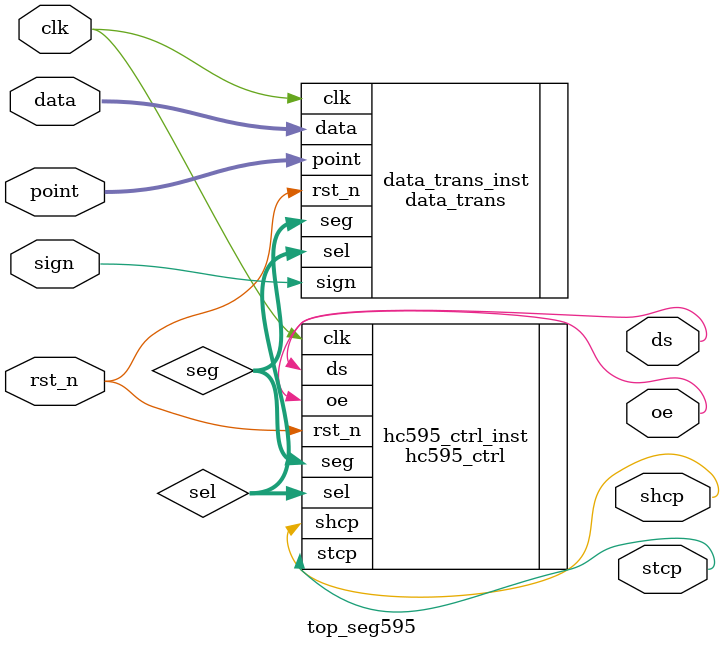
<source format=v>
module top_seg595
(
    input        clk,
    input        rst_n,
    input [19:0] data,
    input        sign,
    input [5:0]  point,
    
    output wire stcp,
    output wire shcp,
    output wire ds,  
    output wire oe   
);

wire [5:0]  sel;
wire [7:0]  seg;


data_trans data_trans_inst
(
    . data  (data ),
    . clk   (clk  ),
    . rst_n (rst_n),
    . sign  (sign ),    // 1表示负号 ， 0表示正号（不显示）
    . point (point),

    .sel (sel),
    .seg (seg)
);

hc595_ctrl hc595_ctrl_inst
(
    .clk    (clk  )    ,
    .rst_n  (rst_n)    ,
    .sel    (sel )    ,
    .seg    (seg)    ,  

    .stcp (stcp),
    .shcp (shcp),
    .ds    (ds),
    .oe    (oe)
);

endmodule
</source>
